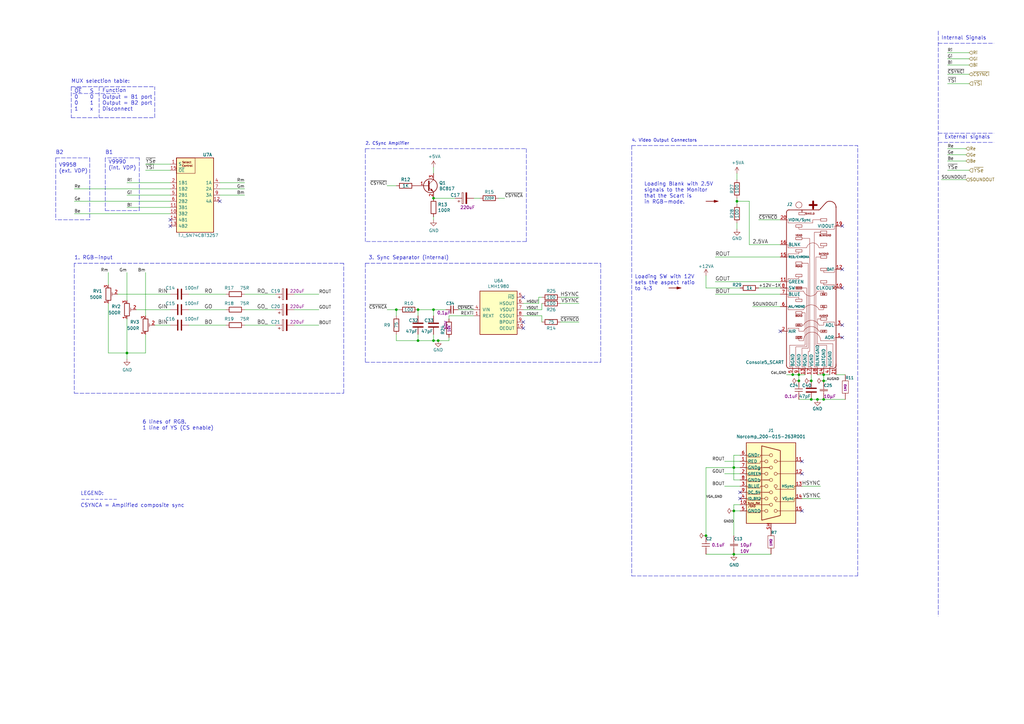
<source format=kicad_sch>
(kicad_sch (version 20211123) (generator eeschema)
  (paper "A3")
  (title_block (title "TRH9000") (date "2022-08-04") (rev "A-A") (company "The Retro Hacker") (comment 2 "Shared under CERN-OHL-S license") (comment 3 "TRH9000 - Open Source MSX Graphics Card based on the Yamaha V9990") (comment 4 "Designed  by: Cristiano Goncalves"))
  (lib_symbols
    (symbol "C_CC0805JPX7R9BB104_1" (pin_numbers hide) (pin_names (offset 1.016) hide)
      (property "Reference" "C" (at 1.524 2.921 0))
      (property "MPN" "CC0805JPX7R9BB104" (at -12.7 0 0))
      (symbol "C_CC0805JPX7R9BB104_1_1_1"
        (pin passive line (at 0 3.81 270) (length 2.54) (name "1") (number "1"))
        (pin passive line (at 0 -3.81 90) (length 2.54) (name "2") (number "2"))
      )
    )
    (symbol "C_TCJB227_1" (pin_numbers hide) (pin_names (offset 0.254))
      (property "Reference" "C" (at 0.635 2.54 0))
      (property "Capacitance" "220uF" (at -5.08 0 0))
      (symbol "C_TCJB227_1_1_1"
        (pin passive line (at 0 3.81 270) (length 2.794) (name "~") (number "1"))
        (pin passive line (at 0 -3.81 90) (length 2.794) (name "~") (number "2"))
      )
    )
    (symbol "C_TCJB227_2" (pin_numbers hide) (pin_names (offset 0.254))
      (property "Reference" "C" (at 0.635 2.54 0))
      (property "Capacitance" "220uF" (at -5.08 0 0))
      (symbol "C_TCJB227_2_1_1"
        (pin passive line (at 0 3.81 270) (length 2.794) (name "~") (number "1"))
        (pin passive line (at 0 -3.81 90) (length 2.794) (name "~") (number "2"))
      )
    )
    (symbol "Device:C" (pin_numbers hide) (pin_names (offset 0.254))
      (property "Reference" "C" (at 0.635 2.54 0))
      (property "Value" "C" (at 0.635 -2.54 0))
      (symbol "C_1_1"
        (pin passive line (at 0 3.81 270) (length 2.794) (name "~") (number "1"))
        (pin passive line (at 0 -3.81 90) (length 2.794) (name "~") (number "2"))
      )
    )
    (symbol "Device:R" (pin_numbers hide) (pin_names (offset 0))
      (property "Reference" "R" (at 2.032 0 90))
      (property "Value" "R" (at 0 0 90))
      (symbol "R_1_1"
        (pin passive line (at 0 3.81 270) (length 1.27) (name "~") (number "1"))
        (pin passive line (at 0 -3.81 90) (length 1.27) (name "~") (number "2"))
      )
    )
    (symbol "Device:R_Potentiometer_Trim" (pin_names (offset 1.016) hide)
      (property "Reference" "RV" (at -4.445 0 90))
      (property "Value" "R_Potentiometer_Trim" (at -2.54 0 90))
      (symbol "R_Potentiometer_Trim_1_1"
        (pin passive line (at 0 3.81 270) (length 1.27) (name "1") (number "1"))
        (pin passive line (at 3.81 0 180) (length 1.27) (name "2") (number "2"))
        (pin passive line (at 0 -3.81 90) (length 1.27) (name "3") (number "3"))
      )
    )
    (symbol "Graphic:SYM_Arrow_Normal" (pin_names (offset 1.016)))
    (symbol "LRJ-parts:C_CC0805JPX7R9BB104" (pin_numbers hide) (pin_names (offset 1.016) hide)
      (property "Reference" "C" (at 1.524 2.921 0))
      (property "MPN" "CC0805JPX7R9BB104" (at -12.7 0 0))
      (symbol "C_CC0805JPX7R9BB104_1_1"
        (pin passive line (at 0 3.81 270) (length 2.54) (name "1") (number "1"))
        (pin passive line (at 0 -3.81 90) (length 2.54) (name "2") (number "2"))
      )
    )
    (symbol "LRJ-parts:C_CL10B104KB8NNNL" (pin_numbers hide) (pin_names (offset 0.254) hide)
      (property "Reference" "C" (at 0.254 1.778 0))
      (property "Value" "C_CL10B104KB8NNNL" (at 0.254 -2.032 0))
      (property "Capacitance " " 0,1µF" (at -6.35 0 0))
      (property "Voltage Rating" "50V" (at -6.35 -2.54 0))
      (symbol "C_CL10B104KB8NNNL_1_1"
        (pin passive line (at 0 2.54 270) (length 2.032) (name "~") (number "1"))
        (pin passive line (at 0 -2.54 90) (length 2.032) (name "~") (number "2"))
      )
    )
    (symbol "LRJ-parts:C_GRM188D71A106KA73D" (pin_numbers hide) (pin_names (offset 1.016) hide)
      (property "Reference" "C" (at 1.524 2.921 0))
      (property "Capacitance" "10µF" (at 5.08 0 0))
      (property "Voltage rating" "10V" (at 5.08 -2.54 0))
      (symbol "C_GRM188D71A106KA73D_1_1"
        (pin passive line (at 0 3.81 270) (length 2.54) (name "1") (number "1"))
        (pin passive line (at 0 -3.81 90) (length 2.54) (name "2") (number "2"))
      )
    )
    (symbol "LRJ-parts:C_TCJB227" (pin_numbers hide) (pin_names (offset 0.254))
      (property "Reference" "C" (at 0.635 2.54 0))
      (property "Capacitance" "220uF" (at -5.08 0 0))
      (symbol "C_TCJB227_1_1"
        (pin passive line (at 0 3.81 270) (length 2.794) (name "~") (number "1"))
        (pin passive line (at 0 -3.81 90) (length 2.794) (name "~") (number "2"))
      )
    )
    (symbol "LRJ-parts:Console5_SCART" (pin_names (offset 0.762))
      (property "Reference" "J" (at 2.54 36.83 0))
      (property "Value" "Console5_SCART" (at -17.78 -30.48 0))
      (symbol "Console5_SCART_0_0"
        (text "AIL" (at 5.08 -7.62 0) (effects (font (size 0.7112 0.7112))))
        (text "AIR" (at 5.08 -17.78 0) (effects (font (size 0.7112 0.7112))))
        (text "AOL" (at -5.08 -15.24 0) (effects (font (size 0.7112 0.7112))))
        (text "AOR" (at -5.08 -20.32 0) (effects (font (size 0.7112 0.7112))))
        (text "AUGND" (at 5.08 -11.43 0) (effects (font (size 0.7112 0.7112))))
        (text "BGND" (at -5.08 -11.43 0) (effects (font (size 0.7112 0.7112))))
        (text "DATGND" (at 5.08 13.97 0) (effects (font (size 0.7112 0.7112))))
        (text "GGND" (at -5.08 0 0) (effects (font (size 0.5588 0.5588))))
        (text "RGND" (at -5.08 8.89 0) (effects (font (size 0.7112 0.7112))))
        (text "SHIELD" (at -0.508 30.48 0) (effects (font (size 0.7112 0.7112))))
        (text "SW" (at 5.08 -2.54 0) (effects (font (size 0.7112 0.7112))))
        (text "VGND" (at -5.08 21.59 0) (effects (font (size 0.7112 0.7112))))
      )
      (symbol "Console5_SCART_0_1"
        (text "+" (at 0.762 34.29 0) (effects (font (size 3.81 3.81) bold)))
      )
      (symbol "Console5_SCART_1_0"
        (text "BLNKGND" (at 5.715 21.59 0) (effects (font (size 0.7112 0.7112))))
      )
      (symbol "Console5_SCART_1_1"
        (pin output line (at 12.7 -20.32 180) (length 2.54) (name "AOR") (number "1"))
        (pin output clock (at 12.7 0 180) (length 2.54) (name "CLKOUT") (number "10"))
        (pin input line (at -12.7 2.54 0) (length 2.54) (name "GREEN") (number "11"))
        (pin output line (at 12.7 7.62 180) (length 2.54) (name "DAT") (number "12"))
        (pin power_in line (at -2.54 -35.56 90) (length 2.54) (name "RGND") (number "13"))
        (pin power_in line (at 5.08 -35.56 90) (length 2.54) (name "DATGND") (number "14"))
        (pin input line (at -12.7 12.7 0) (length 2.54) (name "RED/CHROMA") (number "15"))
        (pin input line (at -12.7 17.78 0) (length 2.54) (name "BLNK") (number "16"))
        (pin power_in line (at 0 -35.56 90) (length 2.54) (name "VGND") (number "17"))
        (pin power_in line (at 2.54 -35.56 90) (length 2.54) (name "BLNKGND") (number "18"))
        (pin output line (at 12.7 25.4 180) (length 2.54) (name "VIDOUT") (number "19"))
        (pin input line (at -12.7 -17.78 0) (length 2.54) (name "AIR") (number "2"))
        (pin input line (at -12.7 27.94 0) (length 2.54) (name "VIDIN/Sync") (number "20"))
        (pin passive line (at 10.16 -35.56 90) (length 2.54) (name "SH") (number "21"))
        (pin output line (at 12.7 -15.24 180) (length 2.54) (name "AOL") (number "3"))
        (pin power_in line (at 7.62 -35.56 90) (length 2.54) (name "AUGND") (number "4"))
        (pin power_in line (at -7.62 -35.56 90) (length 2.54) (name "BGND") (number "5"))
        (pin input line (at -12.7 -7.62 0) (length 2.54) (name "AIL/MONO") (number "6"))
        (pin input line (at -12.7 -2.54 0) (length 2.54) (name "BLUE") (number "7"))
        (pin input line (at -12.7 0 0) (length 2.54) (name "SW") (number "8"))
        (pin passive line (at -5.08 -35.56 90) (length 2.54) (name "GGND") (number "9"))
      )
    )
    (symbol "LRJ-parts:LMH1980" (pin_names (offset 1.016))
      (property "Reference" "U" (at -11.43 11.43 0))
      (property "Value" "LMH1980" (at 3.81 11.43 0))
      (symbol "LMH1980_1_1"
        (pin input line (at -10.16 0 0) (length 2.54) (name "REXT") (number "1"))
        (pin output line (at 10.16 -5.08 180) (length 2.54) (name "OEOUT") (number "10"))
        (pin input line (at -10.16 2.54 0) (length 2.54) (name "VIN") (number "4"))
        (pin output line (at 10.16 7.62 180) (length 2.54) (name "~{HD}") (number "5"))
        (pin output line (at 10.16 5.08 180) (length 2.54) (name "HSOUT") (number "6"))
        (pin output line (at 10.16 2.54 180) (length 2.54) (name "VSOUT") (number "7"))
        (pin output line (at 10.16 0 180) (length 2.54) (name "CSOUT") (number "8"))
        (pin output line (at 10.16 -2.54 180) (length 2.54) (name "BPOUT") (number "9"))
      )
      (symbol "LMH1980_2_1"
        (pin power_in line (at 0 -7.62 90) (length 2.54) (name "GND") (number "2"))
        (pin power_in line (at 0 7.62 270) (length 2.54) (name "VCC") (number "3"))
      )
    )
    (symbol "LRJ-parts:Norcomp_200-015-263R001" (pin_names (offset 0.635))
      (property "Reference" "J" (at 0 21.59 0))
      (property "Value" "Norcomp_200-015-263R001" (at 38.1 2.54 0))
      (symbol "Norcomp_200-015-263R001_1_0"
        (text "/GND" (at -7.874 -8.255 0) (effects (font (size 0.75 0.75))))
        (text "Sync_Ret" (at -6.985 -6.985 0) (effects (font (size 0.75 0.75))))
      )
      (symbol "Norcomp_200-015-263R001_1_1"
        (pin passive line (at -12.7 10.16 0) (length 2.54) (name "RED") (number "1"))
        (pin passive line (at -12.7 -7.62 0) (length 2.54) (name "Sync_Ret/GND") (number "10"))
        (pin passive line (at 12.7 10.16 180) (length 2.54) (name "~") (number "11"))
        (pin passive line (at 12.7 5.08 180) (length 2.54) (name "~") (number "12"))
        (pin passive line (at 12.7 0 180) (length 2.54) (name "HSync") (number "13"))
        (pin passive line (at 12.7 -5.08 180) (length 2.54) (name "VSync") (number "14"))
        (pin passive line (at 12.7 -10.16 180) (length 2.54) (name "~") (number "15"))
        (pin passive line (at -12.7 5.08 0) (length 2.54) (name "GREEN") (number "2"))
        (pin passive line (at -12.7 0 0) (length 2.54) (name "BLUE") (number "3"))
        (pin passive line (at -12.7 -5.08 0) (length 2.54) (name "ID_Bit2") (number "4"))
        (pin power_in line (at -12.7 -10.16 0) (length 2.54) (name "GNDD") (number "5"))
        (pin power_in line (at -12.7 12.7 0) (length 2.54) (name "GNDr") (number "6"))
        (pin power_in line (at -12.7 7.62 0) (length 2.54) (name "GNDg") (number "7"))
        (pin power_in line (at -12.7 2.54 0) (length 2.54) (name "GNDb") (number "8"))
        (pin power_in line (at -12.7 -2.54 0) (length 2.54) (name "DC_5V") (number "9"))
        (pin passive line (at 0 -17.78 90) (length 2.54) (name "SH") (number "SH"))
      )
    )
    (symbol "LRJ-parts:R_ERJ-3GEYJ105V" (pin_numbers hide) (pin_names (offset 1.016) hide)
      (property "Reference" "R" (at -5.08 1.27 0))
      (property "Value" "R_ERJ-3GEYJ105V" (at -10.16 -3.81 0))
      (property "Resistance" "1MΩ" (at 0 0 0))
      (symbol "R_ERJ-3GEYJ105V_1_1"
        (pin passive line (at -5.08 0 0) (length 2.54) (name "1") (number "1"))
        (pin passive line (at 5.08 0 180) (length 2.54) (name "2") (number "2"))
      )
    )
    (symbol "LRJ-parts:R_RC0603FR-0710KL" (pin_numbers hide) (pin_names (offset 0))
      (property "Reference" "R" (at 0 0 90))
      (property "Value" "R_RC0603FR-0710KL" (at -12.7 0 0))
      (property "Resistance" "10k" (at 3.81 -1.27 0))
      (symbol "R_RC0603FR-0710KL_1_1"
        (pin passive line (at 0 3.81 270) (length 1.27) (name "~") (number "1"))
        (pin passive line (at 0 -3.81 90) (length 1.27) (name "~") (number "2"))
      )
    )
    (symbol "TRH9000:T.I_SN74CBT3257" (pin_names (offset 0.762))
      (property "Reference" "U" (at -7.62 20.32 0))
      (property "Value" "T.I_SN74CBT3257" (at -7.62 -35.56 0))
      (symbol "T.I_SN74CBT3257_1_0"
        (text "Control" (at -3.175 12.065 0) (effects (font (size 0.8 0.8))))
        (text "Select" (at -3.429 13.462 0) (effects (font (size 0.8 0.8))))
      )
      (symbol "T.I_SN74CBT3257_1_1"
        (pin input line (at -10.16 12.7 0) (length 2.54) (name "S") (number "1"))
        (pin bidirectional line (at -10.16 -7.62 0) (length 2.54) (name "3B2") (number "10"))
        (pin bidirectional line (at -10.16 -5.08 0) (length 2.54) (name "3B1") (number "11"))
        (pin bidirectional line (at 10.16 -2.54 180) (length 2.54) (name "4A") (number "12"))
        (pin bidirectional line (at -10.16 -12.7 0) (length 2.54) (name "4B2") (number "13"))
        (pin bidirectional line (at -10.16 -10.16 0) (length 2.54) (name "4B1") (number "14"))
        (pin input line (at -10.16 10.16 0) (length 2.54) (name "~{OE}") (number "15"))
        (pin bidirectional line (at -10.16 5.08 0) (length 2.54) (name "1B1") (number "2"))
        (pin bidirectional line (at -10.16 2.54 0) (length 2.54) (name "1B2") (number "3"))
        (pin bidirectional line (at 10.16 5.08 180) (length 2.54) (name "1A") (number "4"))
        (pin bidirectional line (at -10.16 0 0) (length 2.54) (name "2B1") (number "5"))
        (pin bidirectional line (at -10.16 -2.54 0) (length 2.54) (name "2B2") (number "6"))
        (pin bidirectional line (at 10.16 2.54 180) (length 2.54) (name "2A") (number "7"))
        (pin bidirectional line (at 10.16 0 180) (length 2.54) (name "3A") (number "9"))
      )
      (symbol "T.I_SN74CBT3257_2_0"
        (pin power_in line (at 0 7.62 270) (length 2.54) (name "VCC") (number "16"))
      )
      (symbol "T.I_SN74CBT3257_2_1"
        (pin power_in line (at 0 -7.62 90) (length 2.54) (name "GND") (number "8"))
      )
    )
    (symbol "Transistor_BJT:BC817" (pin_names (offset 0) hide)
      (property "Reference" "Q" (at 5.08 1.905 0))
      (property "Value" "BC817" (at 5.08 0 0))
      (symbol "BC817_1_1"
        (pin input line (at -5.08 0 0) (length 5.715) (name "B") (number "1"))
        (pin passive line (at 2.54 -5.08 90) (length 2.54) (name "E") (number "2"))
        (pin passive line (at 2.54 5.08 270) (length 2.54) (name "C") (number "3"))
      )
    )
    (symbol "power:+12VA" (power) (pin_names (offset 0))
      (property "Value" "+12VA" (at 0 3.556 0))
      (symbol "+12VA_1_1"
        (pin power_in line (at 0 0 90) (length 0) hide (name "+12VA") (number "1"))
      )
    )
    (symbol "power:+5VA" (power) (pin_names (offset 0))
      (property "Value" "+5VA" (at 0 3.556 0))
      (symbol "+5VA_1_1"
        (pin power_in line (at 0 0 90) (length 0) hide (name "+5VA") (number "1"))
      )
    )
    (symbol "power:GND" (power) (pin_names (offset 0))
      (property "Value" "GND" (at 0 -3.81 0))
      (symbol "GND_1_1"
        (pin power_in line (at 0 0 270) (length 0) hide (name "GND") (number "1"))
      )
    )
    (symbol "power:PWR_FLAG" (power) (pin_numbers hide) (pin_names (offset 0) hide)
      (property "Value" "PWR_FLAG" (at 0 3.81 0))
      (symbol "PWR_FLAG_0_0"
        (pin power_out line (at 0 0 90) (length 0) (name "pwr") (number "1"))
      )
    )
  )
  (junction (at 337.82 163.83))
  (junction (at 177.8 127))
  (junction (at 171.45 139.7))
  (junction (at 177.8 81.28))
  (junction (at 177.8 139.7))
  (junction (at 332.74 163.83))
  (junction (at 300.99 227.33))
  (junction (at 302.26 82.55))
  (junction (at 289.56 219.71))
  (junction (at 335.28 163.83))
  (junction (at 337.82 153.67))
  (junction (at 300.99 209.55))
  (junction (at 327.66 153.67))
  (junction (at 325.12 153.67))
  (junction (at 52.07 144.78))
  (junction (at 332.74 156.21))
  (junction (at 327.66 156.21))
  (junction (at 179.705 139.7))
  (junction (at 171.45 127))
  (junction (at 300.99 191.77))
  (junction (at 162.56 127))
  (junction (at 337.82 156.21))
  (no_connect (at 214.63 132.08))
  (no_connect (at 214.63 134.62))
  (no_connect (at 320.04 135.89))
  (no_connect (at 345.44 118.11))
  (no_connect (at 345.44 138.43))
  (no_connect (at 345.44 133.35))
  (no_connect (at 69.85 92.71))
  (no_connect (at 69.85 90.17))
  (no_connect (at 90.17 82.55))
  (no_connect (at 345.44 92.71))
  (no_connect (at 345.44 110.49))
  (no_connect (at 303.53 204.47))
  (no_connect (at 328.93 189.23))
  (no_connect (at 328.93 194.31))
  (no_connect (at 328.93 209.55))
  (no_connect (at 303.53 201.93))
  (no_connect (at 214.63 121.92))
  (wire (pts (xy 59.69 137.16) (xy 59.69 144.78)))
  (wire (pts (xy 30.48 87.63) (xy 69.85 87.63)))
  (wire (pts (xy 388.62 34.29) (xy 397.51 34.29)))
  (wire (pts (xy 289.56 191.77) (xy 300.99 191.77)))
  (polyline (pts (xy 30.48 107.95) (xy 30.48 161.29)))
  (wire (pts (xy 77.47 133.35) (xy 92.71 133.35)))
  (wire (pts (xy 207.01 81.28) (xy 204.47 81.28)))
  (polyline (pts (xy 22.86 64.77) (xy 36.83 64.77)))
  (polyline (pts (xy 149.86 60.96) (xy 215.9 60.96)))
  (polyline (pts (xy 215.9 60.96) (xy 215.9 99.06)))
  (wire (pts (xy 171.45 139.7) (xy 177.8 139.7)))
  (wire (pts (xy 113.03 120.65) (xy 100.33 120.65)))
  (wire (pts (xy 177.8 71.12) (xy 177.8 68.58)))
  (wire (pts (xy 303.53 186.69) (xy 300.99 186.69)))
  (wire (pts (xy 300.99 227.33) (xy 316.23 227.33)))
  (polyline (pts (xy 43.18 86.36) (xy 57.15 86.36)))
  (wire (pts (xy 120.65 133.35) (xy 130.81 133.35)))
  (wire (pts (xy 297.18 189.23) (xy 303.53 189.23)))
  (wire (pts (xy 339.09 156.21) (xy 337.82 156.21)))
  (wire (pts (xy 325.12 153.67) (xy 327.66 153.67)))
  (wire (pts (xy 52.07 130.81) (xy 52.07 144.78)))
  (polyline (pts (xy 259.08 236.22) (xy 351.79 236.22)))
  (wire (pts (xy 158.75 127) (xy 162.56 127)))
  (wire (pts (xy 63.5 133.35) (xy 69.85 133.35)))
  (wire (pts (xy 162.56 139.7) (xy 171.45 139.7)))
  (wire (pts (xy 171.45 137.16) (xy 171.45 139.7)))
  (wire (pts (xy 289.56 113.03) (xy 289.56 118.11)))
  (polyline (pts (xy 215.9 99.06) (xy 149.86 99.06)))
  (wire (pts (xy 300.99 207.01) (xy 303.53 207.01)))
  (wire (pts (xy 229.87 132.08) (xy 237.49 132.08)))
  (polyline (pts (xy 29.21 48.26) (xy 63.5 48.26)))
  (wire (pts (xy 90.17 80.01) (xy 100.33 80.01)))
  (wire (pts (xy 52.07 144.78) (xy 52.07 147.32)))
  (wire (pts (xy 322.58 153.67) (xy 325.12 153.67)))
  (wire (pts (xy 289.56 118.11) (xy 303.53 118.11)))
  (polyline (pts (xy 149.86 148.59) (xy 246.38 148.59)))
  (polyline (pts (xy 29.21 35.56) (xy 63.5 35.56)))
  (wire (pts (xy 386.08 73.66) (xy 396.24 73.66)))
  (wire (pts (xy 162.56 137.16) (xy 162.56 139.7)))
  (wire (pts (xy 388.62 63.5) (xy 396.24 63.5)))
  (polyline (pts (xy 40.64 35.56) (xy 40.64 48.26)))
  (wire (pts (xy 388.62 21.59) (xy 397.51 21.59)))
  (polyline (pts (xy 29.845 38.354) (xy 48.895 38.354)))
  (wire (pts (xy 214.63 127) (xy 222.25 127)))
  (wire (pts (xy 388.62 66.04) (xy 396.24 66.04)))
  (wire (pts (xy 214.63 124.46) (xy 220.98 124.46)))
  (wire (pts (xy 59.69 69.85) (xy 69.85 69.85)))
  (wire (pts (xy 332.74 156.21) (xy 332.74 153.67)))
  (wire (pts (xy 220.98 121.92) (xy 222.25 121.92)))
  (wire (pts (xy 229.87 124.46) (xy 237.49 124.46)))
  (wire (pts (xy 300.99 191.77) (xy 300.99 196.85)))
  (wire (pts (xy 90.17 77.47) (xy 100.33 77.47)))
  (polyline (pts (xy 30.48 161.29) (xy 140.97 161.29)))
  (wire (pts (xy 177.8 127) (xy 177.8 129.54)))
  (polyline (pts (xy 420.37 125.73) (xy 420.37 125.73)))
  (wire (pts (xy 388.62 30.48) (xy 397.51 30.48)))
  (wire (pts (xy 77.47 120.65) (xy 92.71 120.65)))
  (wire (pts (xy 303.53 209.55) (xy 300.99 209.55)))
  (wire (pts (xy 222.25 129.54) (xy 222.25 132.08)))
  (wire (pts (xy 311.15 118.11) (xy 320.04 118.11)))
  (wire (pts (xy 293.37 120.65) (xy 320.04 120.65)))
  (wire (pts (xy 214.63 129.54) (xy 222.25 129.54)))
  (wire (pts (xy 90.17 74.93) (xy 100.33 74.93)))
  (polyline (pts (xy 384.81 17.78) (xy 407.67 17.78)))
  (polyline (pts (xy 384.81 58.42) (xy 407.67 58.42)))
  (wire (pts (xy 44.45 144.78) (xy 52.07 144.78)))
  (wire (pts (xy 335.28 163.83) (xy 337.82 163.83)))
  (polyline (pts (xy 149.86 107.95) (xy 246.38 107.95)))
  (wire (pts (xy 308.61 125.73) (xy 320.04 125.73)))
  (wire (pts (xy 307.34 100.33) (xy 320.04 100.33)))
  (wire (pts (xy 52.07 85.09) (xy 69.85 85.09)))
  (wire (pts (xy 388.62 26.67) (xy 397.51 26.67)))
  (wire (pts (xy 320.04 90.17) (xy 311.15 90.17)))
  (wire (pts (xy 48.26 120.65) (xy 69.85 120.65)))
  (polyline (pts (xy 149.86 107.95) (xy 149.86 148.59)))
  (wire (pts (xy 328.93 204.47) (xy 336.55 204.47)))
  (polyline (pts (xy 140.97 161.29) (xy 140.97 107.95)))
  (wire (pts (xy 222.25 124.46) (xy 222.25 127)))
  (wire (pts (xy 293.37 105.41) (xy 320.04 105.41)))
  (wire (pts (xy 300.99 191.77) (xy 303.53 191.77)))
  (wire (pts (xy 158.75 76.2) (xy 162.56 76.2)))
  (wire (pts (xy 337.82 156.21) (xy 337.82 153.67)))
  (wire (pts (xy 30.48 77.47) (xy 69.85 77.47)))
  (wire (pts (xy 196.85 81.28) (xy 194.31 81.28)))
  (wire (pts (xy 300.99 219.71) (xy 300.99 209.55)))
  (wire (pts (xy 187.96 127) (xy 194.31 127)))
  (polyline (pts (xy 57.15 86.36) (xy 57.15 64.77)))
  (polyline (pts (xy 140.97 107.95) (xy 30.48 107.95)))
  (wire (pts (xy 307.34 82.55) (xy 307.34 100.33)))
  (polyline (pts (xy 57.15 64.77) (xy 43.18 64.77)))
  (wire (pts (xy 293.37 115.57) (xy 320.04 115.57)))
  (wire (pts (xy 177.8 127) (xy 182.88 127)))
  (wire (pts (xy 177.8 137.16) (xy 177.8 139.7)))
  (wire (pts (xy 113.03 127) (xy 100.33 127)))
  (wire (pts (xy 346.71 153.67) (xy 342.9 153.67)))
  (wire (pts (xy 44.45 111.76) (xy 44.45 116.84)))
  (wire (pts (xy 52.07 111.76) (xy 52.07 123.19)))
  (wire (pts (xy 52.07 74.93) (xy 69.85 74.93)))
  (wire (pts (xy 300.99 196.85) (xy 303.53 196.85)))
  (wire (pts (xy 120.65 120.65) (xy 130.81 120.65)))
  (wire (pts (xy 300.99 186.69) (xy 300.99 191.77)))
  (wire (pts (xy 162.56 127) (xy 163.83 127)))
  (wire (pts (xy 52.07 80.01) (xy 69.85 80.01)))
  (wire (pts (xy 297.18 199.39) (xy 303.53 199.39)))
  (wire (pts (xy 55.88 127) (xy 69.85 127)))
  (wire (pts (xy 171.45 127) (xy 177.8 127)))
  (polyline (pts (xy 149.86 60.96) (xy 149.86 99.06)))
  (wire (pts (xy 300.99 207.01) (xy 300.99 209.55)))
  (wire (pts (xy 59.69 144.78) (xy 52.07 144.78)))
  (wire (pts (xy 220.98 121.92) (xy 220.98 124.46)))
  (wire (pts (xy 302.26 93.98) (xy 302.26 91.44)))
  (wire (pts (xy 328.93 199.39) (xy 336.55 199.39)))
  (wire (pts (xy 186.69 81.28) (xy 177.8 81.28)))
  (wire (pts (xy 302.26 81.28) (xy 302.26 82.55)))
  (wire (pts (xy 327.66 153.67) (xy 330.2 153.67)))
  (wire (pts (xy 77.47 127) (xy 92.71 127)))
  (polyline (pts (xy 259.08 59.69) (xy 259.08 236.22)))
  (wire (pts (xy 162.56 129.54) (xy 162.56 127)))
  (wire (pts (xy 302.26 82.55) (xy 307.34 82.55)))
  (wire (pts (xy 44.45 124.46) (xy 44.45 144.78)))
  (wire (pts (xy 130.81 127) (xy 120.65 127)))
  (wire (pts (xy 337.82 153.67) (xy 340.36 153.67)))
  (polyline (pts (xy 384.81 54.61) (xy 407.67 54.61)))
  (wire (pts (xy 59.69 111.76) (xy 59.69 129.54)))
  (wire (pts (xy 335.28 153.67) (xy 337.82 153.67)))
  (wire (pts (xy 179.705 139.7) (xy 184.15 139.7)))
  (wire (pts (xy 397.51 69.85) (xy 388.62 69.85)))
  (wire (pts (xy 289.56 219.71) (xy 289.56 191.77)))
  (wire (pts (xy 177.8 139.7) (xy 179.705 139.7)))
  (wire (pts (xy 100.33 133.35) (xy 113.03 133.35)))
  (wire (pts (xy 184.15 138.43) (xy 184.15 139.7)))
  (wire (pts (xy 177.8 88.9) (xy 177.8 90.17)))
  (wire (pts (xy 184.15 130.81) (xy 184.15 129.54)))
  (polyline (pts (xy 246.38 148.59) (xy 246.38 107.95)))
  (wire (pts (xy 297.18 194.31) (xy 303.53 194.31)))
  (wire (pts (xy 337.82 163.83) (xy 346.71 163.83)))
  (wire (pts (xy 229.87 121.92) (xy 237.49 121.92)))
  (polyline (pts (xy 22.86 64.77) (xy 22.86 90.17)))
  (wire (pts (xy 327.66 156.21) (xy 327.66 153.67)))
  (wire (pts (xy 388.62 60.96) (xy 396.24 60.96)))
  (polyline (pts (xy 351.79 236.22) (xy 351.79 59.69)))
  (wire (pts (xy 30.48 82.55) (xy 69.85 82.55)))
  (polyline (pts (xy 259.08 59.69) (xy 351.79 59.69)))
  (wire (pts (xy 388.62 24.13) (xy 397.51 24.13)))
  (polyline (pts (xy 63.5 48.26) (xy 63.5 35.56)))
  (wire (pts (xy 171.45 127) (xy 171.45 129.54)))
  (polyline (pts (xy 36.83 90.17) (xy 22.86 90.17)))
  (polyline (pts (xy 384.81 12.7) (xy 384.81 252.73)))
  (wire (pts (xy 302.26 82.55) (xy 302.26 83.82)))
  (wire (pts (xy 289.56 227.33) (xy 300.99 227.33)))
  (wire (pts (xy 302.26 71.12) (xy 302.26 73.66)))
  (wire (pts (xy 59.69 67.31) (xy 69.85 67.31)))
  (polyline (pts (xy 43.18 64.77) (xy 43.18 86.36)))
  (polyline (pts (xy 29.21 35.56) (xy 29.21 48.26)))
  (wire (pts (xy 184.15 129.54) (xy 194.31 129.54)))
  (polyline (pts (xy 36.83 64.77) (xy 36.83 90.17)))
  (wire (pts (xy 327.66 163.83) (xy 332.74 163.83)))
  (wire (pts (xy 332.74 163.83) (xy 335.28 163.83)))
  (text "Internal Signals" (at 386.08 16.51 0) (effects (font (size 1.524 1.524)) (justify left bottom)))
  (text "B1" (at 43.18 63.5 0) (effects (font (size 1.524 1.524)) (justify left bottom)))
  (text "3. Sync Separator (internal)" (at 151.13 106.68 0) (effects (font (size 1.524 1.524)) (justify left bottom)))
  (text "2. CSync Amplifier" (at 149.86 59.69 0) (effects (font (size 1.27 1.27)) (justify left bottom)))
  (text "Loading Blank with 2.5V\nsignals to the Monitor \nthat the Scart is \nin RGB-mode." (at 264.16 83.82 0) (effects (font (size 1.524 1.524)) (justify left bottom)))
  (text "Function" (at 41.91 38.1 0) (effects (font (size 1.524 1.524)) (justify left bottom)))
  (text "V9990\n(int. VDP)" (at 44.45 69.85 0) (effects (font (size 1.524 1.524)) (justify left bottom)))
  (text "~{OE}\n0\n0\n1" (at 30.48 45.72 0) (effects (font (size 1.524 1.524)) (justify left bottom)))
  (text "LEGEND:\n--------\nCSYNCA = Amplified composite sync" (at 33.02 208.28 0) (effects (font (size 1.524 1.524)) (justify left bottom)))
  (text "Output = B1 port\nOutput = B2 port\nDisconnect" (at 41.91 45.72 0) (effects (font (size 1.524 1.524)) (justify left bottom)))
  (text "4. Video Output Connectors\n" (at 259.08 58.42 0) (effects (font (size 1.27 1.27)) (justify left bottom)))
  (text "External signals" (at 387.35 57.15 0) (effects (font (size 1.524 1.524)) (justify left bottom)))
  (text "1. RGB-input" (at 30.48 106.68 0) (effects (font (size 1.524 1.524)) (justify left bottom)))
  (text "S\n0\n1\nx" (at 36.83 45.72 0) (effects (font (size 1.524 1.524)) (justify left bottom)))
  (text "MUX selection table:" (at 29.21 34.29 0) (effects (font (size 1.524 1.524)) (justify left bottom)))
  (text "B2" (at 22.86 63.5 0) (effects (font (size 1.524 1.524)) (justify left bottom)))
  (text "6 lines of RGB.\n1 line of YS (CS enable)" (at 58.42 176.53 0) (effects (font (size 1.524 1.524)) (justify left bottom)))
  (text "Loading SW with 12V \nsets the aspect ratio\nto 4:3" (at 260.35 119.38 0) (effects (font (size 1.524 1.524)) (justify left bottom)))
  (text "V9958\n(ext. VDP)" (at 24.13 71.12 0) (effects (font (size 1.524 1.524)) (justify left bottom)))
  (label "~{YSi}" (at 59.69 69.85 0) (effects (font (size 1.524 1.524))))
  (label "VSYNC" (at 237.49 124.46 180) (effects (font (size 1.524 1.524))))
  (label "Be" (at 30.48 87.63 0))
  (label "~{CSYNCO}" (at 237.49 132.08 180))
  (label "RO" (at 83.82 120.65 0) (effects (font (size 1.524 1.524))))
  (label "BO_" (at 105.41 133.35 0) (effects (font (size 1.524 1.524))))
  (label "BIN" (at 64.77 133.35 0) (effects (font (size 1.524 1.524))))
  (label "HSYNC" (at 237.49 121.92 180) (effects (font (size 1.524 1.524))))
  (label "ROUT" (at 130.81 120.65 0))
  (label "GO_" (at 105.41 127 0) (effects (font (size 1.524 1.524))))
  (label "BOUT" (at 293.37 120.65 0) (effects (font (size 1.524 1.524))))
  (label "BOUT" (at 297.18 199.39 180))
  (label "Bm" (at 59.69 111.76 180))
  (label "SOUNDOUT" (at 386.08 73.66 0))
  (label "Ge" (at 388.62 63.5 0))
  (label "Ge" (at 30.48 82.55 0))
  (label "Ri" (at 388.62 21.59 0))
  (label "~{CSYNCi}" (at 158.75 76.2 180))
  (label "GNDD" (at 300.99 214.63 180) (effects (font (size 1 1))))
  (label "+12V-1K" (at 311.15 118.11 0))
  (label "VSYNC" (at 336.55 204.47 180) (effects (font (size 1.524 1.524))))
  (label "2.5VA" (at 308.61 100.33 0) (effects (font (size 1.524 1.524))))
  (label "CSOUT" (at 215.9 129.54 0) (effects (font (size 1 1))))
  (label "BOUT" (at 130.81 133.35 0))
  (label "Gi" (at 52.07 80.01 0))
  (label "~{YSe}" (at 59.69 67.31 0) (effects (font (size 1.524 1.524))))
  (label "ROUT" (at 293.37 105.41 0) (effects (font (size 1.524 1.524))))
  (label "Gm" (at 52.07 111.76 180))
  (label "SOUNDOUT" (at 308.61 125.73 0))
  (label "Rm" (at 44.45 111.76 180))
  (label "Bi" (at 388.62 26.67 0))
  (label "Rm" (at 100.33 74.93 180))
  (label "~{YSi}" (at 388.62 34.29 0) (effects (font (size 1.524 1.524))))
  (label "BO" (at 83.82 133.35 0) (effects (font (size 1.524 1.524))))
  (label "~{CSYNCA_}" (at 194.31 127 180) (effects (font (size 1 1))))
  (label "~{CSYNCi}" (at 388.62 30.48 0))
  (label "Re" (at 30.48 77.47 0))
  (label "GIN" (at 64.77 127 0) (effects (font (size 1.524 1.524))))
  (label "Col_GND" (at 322.58 153.67 180) (effects (font (size 1 1))))
  (label "Be" (at 388.62 66.04 0))
  (label "GO" (at 83.82 127 0) (effects (font (size 1.524 1.524))))
  (label "Ri" (at 52.07 74.93 0))
  (label "~{CSYNCO}" (at 311.15 90.17 0))
  (label "~{CSYNCA}" (at 158.75 127 180))
  (label "Gi" (at 388.62 24.13 0))
  (label "Bm" (at 100.33 80.01 180))
  (label "AUGND" (at 339.09 156.21 0) (effects (font (size 1 1))))
  (label "VSOUT" (at 215.9 127 0) (effects (font (size 1 1))))
  (label "~{YSe}" (at 388.62 69.85 0) (effects (font (size 1.524 1.524))))
  (label "~{CSYNCA}" (at 207.01 81.28 0))
  (label "ROUT" (at 297.18 189.23 180))
  (label "RO_" (at 105.41 120.65 0) (effects (font (size 1.524 1.524))))
  (label "GOUT" (at 130.81 127 0))
  (label "HSOUT" (at 215.9 124.46 0) (effects (font (size 1 1))))
  (label "Bi" (at 52.07 85.09 0))
  (label "RIN" (at 64.77 120.65 0) (effects (font (size 1.524 1.524))))
  (label "GOUT" (at 297.18 194.31 180))
  (label "GOUT" (at 293.37 115.57 0) (effects (font (size 1.524 1.524))))
  (label "REXTi" (at 194.31 129.54 180))
  (label "VGA_GND" (at 289.56 204.47 0) (effects (font (size 1 1))))
  (label "HSYNC" (at 336.55 199.39 180) (effects (font (size 1.524 1.524))))
  (label "Gm" (at 100.33 77.47 180))
  (label "Re" (at 388.62 60.96 0))
  (hierarchical_label "Ri" (shape input) (at 397.51 21.59 0))
  (hierarchical_label "~{YSi}" (shape input) (at 397.51 34.29 0) (effects (font (size 1.524 1.524))))
  (hierarchical_label "Ge" (shape input) (at 396.24 63.5 0))
  (hierarchical_label "Gi" (shape input) (at 397.51 24.13 0))
  (hierarchical_label "Re" (shape input) (at 396.24 60.96 0))
  (hierarchical_label "~{YSe}" (shape input) (at 397.51 69.85 0) (effects (font (size 1.524 1.524))))
  (hierarchical_label "Be" (shape input) (at 396.24 66.04 0))
  (hierarchical_label "Bi" (shape input) (at 397.51 26.67 0))
  (hierarchical_label "~{CSYNCi}" (shape input) (at 397.51 30.48 0))
  (hierarchical_label "SOUNDOUT" (shape input) (at 396.24 73.66 0))
  (symbol (lib_id "power:GND") (at 179.705 139.7 0) (unit 1)
    (property "Reference" "#PWR016" (effects hide))
    (property "Value" "GND" (at 179.705 143.51 0))
  )
  (symbol (lib_name "C_TCJB227_1") (lib_id "LRJ-parts:C_TCJB227") (at 116.84 133.35 90) (unit 1)
    (property "Reference" "C21" (at 113.03 132.08 90))
    (property "Value" "C_TCJB227" (effects hide))
    (property "Footprint" "Capacitor_Tantalum_SMD:CP_EIA-3528-15_AVX-H" (effects hide))
    (property "Datasheet" "https://datasheets.kyocera-avx.com/TCJ.pdf" (effects hide))
    (property "MPN" "TCJB227M006R0070" (effects hide))
    (property "Voltage Rating" "6.3V" (effects hide))
    (property "Manufacturer" "KYOCERA AVX" (effects hide))
    (property "Capacitance" "220uF" (at 121.92 132.08 90))
  )
  (symbol (lib_id "LRJ-parts:C_GRM188D71A106KA73D") (at 337.82 160.02 180) (unit 1)
    (property "Reference" "C25" (at 337.82 158.115 0) (effects (font (size 1.143 1.143)) (justify right)))
    (property "Value" "C_GRM188D71A106KA73D" (effects hide))
    (property "Footprint" "Capacitor_SMD:C_0603_1608Metric" (effects hide))
    (property "Datasheet" "https://media.digikey.com/pdf/Data%20Sheets/Samsung%20PDFs/CL_Series_MLCC_ds.pdf" (effects hide))
    (property "Manufacturer" "Murata Electronics" (effects hide))
    (property "MPN" "GRM188D71A106KA73D" (effects hide))
    (property "Capacitance" "10µF" (at 337.82 162.56 0) (effects (justify right)))
    (property "Voltage rating" "10V" (effects hide))
    (property "Temperature Coefficient " "X7T" (effects hide))
    (property "Mounting type" "SMD" (effects hide))
    (property "Status" "Active" (effects hide))
  )
  (symbol (lib_id "Device:R_Potentiometer_Trim") (at 52.07 127 0) (mirror x) (unit 1)
    (property "Reference" "RV2" (at 49.53 125.7299 0) (effects (justify right)))
    (property "Value" "500R" (at 49.53 128.2699 0) (effects (justify right)))
    (property "Footprint" "Potentiometer_SMD:Potentiometer_Bourns_3314G_Vertical" (effects hide))
  )
  (symbol (lib_id "Device:R") (at 177.8 85.09 0) (unit 1)
    (property "Reference" "R13" (at 179.578 83.9216 0) (effects (justify left)))
    (property "Value" "100R" (at 179.578 86.233 0) (effects (justify left)))
    (property "Footprint" "Resistor_SMD:R_0805_2012Metric" (effects hide))
  )
  (symbol (lib_id "LRJ-parts:C_CC0805JPX7R9BB104") (at 289.56 223.52 0) (unit 1)
    (property "Reference" "C2" (at 289.56 220.98 0) (effects (font (size 1.143 1.143)) (justify left)))
    (property "Value" "C_CC0805JPX7R9BB104" (effects hide))
    (property "Footprint" "LRJ:C_0805_2012Metric_round_court" (effects hide))
    (property "Datasheet" "https://www.yageo.com/upload/media/product/productsearch/datasheet/mlcc/UPY-GPHC_X7R_6.3V-to-50V_18.pdf" (effects hide))
    (property "Manufacturer" "Yageo" (effects hide))
    (property "MPN" "CC0805JPX7R9BB104" (effects hide))
    (property "Mouser datasheet" "https://www.mouser.se/datasheet/2/427/vjcommercialseries-1764145.pdf" (effects hide))
    (property "Capacitance" "0.1uF" (at 294.64 223.52 0))
    (property "Voltage rating" "50V" (effects hide))
    (property "Temperature Coefficient " "X7R" (effects hide))
    (property "Mounting type" "SMD" (effects hide))
    (property "Status" "Active" (effects hide))
  )
  (symbol (lib_name "C_TCJB227_2") (lib_id "LRJ-parts:C_TCJB227") (at 190.5 81.28 90) (unit 1)
    (property "Reference" "C17" (at 186.69 80.01 90))
    (property "Value" "C_TCJB227" (effects hide))
    (property "Footprint" "Capacitor_Tantalum_SMD:CP_EIA-3528-15_AVX-H" (effects hide))
    (property "Datasheet" "https://datasheets.kyocera-avx.com/TCJ.pdf" (effects hide))
    (property "MPN" "TCJB227M006R0070" (effects hide))
    (property "Voltage Rating" "6.3V" (effects hide))
    (property "Manufacturer" "KYOCERA AVX" (effects hide))
    (property "Capacitance" "220uF" (at 191.77 85.09 90))
  )
  (symbol (lib_id "Device:C") (at 73.66 120.65 270) (unit 1)
    (property "Reference" "C14" (at 69.85 118.11 90))
    (property "Value" "100nF" (at 78.74 118.11 90))
    (property "Footprint" "Capacitor_SMD:C_0805_2012Metric" (effects hide))
  )
  (symbol (lib_id "Device:C") (at 332.74 160.02 0) (unit 1)
    (property "Reference" "C40" (at 328.93 158.115 0) (effects (justify left)))
    (property "Value" "47pF" (at 327.66 162.56 0) (effects (justify left)))
    (property "Footprint" "Capacitor_SMD:C_0603_1608Metric" (effects hide))
  )
  (symbol (lib_id "Device:R") (at 226.06 124.46 270) (mirror x) (unit 1)
    (property "Reference" "R26" (at 226.06 127 90))
    (property "Value" "100" (at 226.06 124.46 90))
    (property "Footprint" "Resistor_SMD:R_0603_1608Metric" (effects hide))
  )
  (symbol (lib_id "LRJ-parts:Console5_SCART") (at 332.74 118.11 0) (unit 1)
    (property "Reference" "J2" (at 323.85 83.82 0))
    (property "Value" "Console5_SCART" (at 313.69 148.59 0))
    (property "Footprint" "LRJ:SCART-21_Female_Horizontal_P1.905x2.54mm_EdgePinOffset10.7mm" (effects hide))
    (property "Datasheet" "https://console5.com/store/female-scart-jp21-through-hole-pcb-mount-21-pin-connector-right-angle.html#" (effects hide))
    (property "Manufacturer" "Console5" (effects hide))
    (property "MPN" "N/A" (effects hide))
  )
  (symbol (lib_id "power:GND") (at 177.8 90.17 0) (unit 1)
    (property "Reference" "#PWR0142" (effects hide))
    (property "Value" "GND" (at 177.927 94.5642 0))
  )
  (symbol (lib_id "Device:R") (at 96.52 120.65 270) (unit 1)
    (property "Reference" "R17" (at 93.98 118.11 90))
    (property "Value" "75R" (at 100.33 118.11 90))
    (property "Footprint" "Resistor_SMD:R_0805_2012Metric" (effects hide))
  )
  (symbol (lib_id "power:+5VA") (at 177.8 68.58 0) (unit 1)
    (property "Reference" "#PWR02" (effects hide))
    (property "Value" "+5VA" (at 178.181 64.1858 0))
  )
  (symbol (lib_id "LRJ-parts:C_GRM188D71A106KA73D") (at 300.99 223.52 180) (unit 1)
    (property "Reference" "C13" (at 300.99 220.98 0) (effects (font (size 1.143 1.143)) (justify right)))
    (property "Value" "C_GRM188D71A106KA73D" (effects hide))
    (property "Footprint" "Capacitor_SMD:C_0603_1608Metric" (effects hide))
    (property "Datasheet" "https://media.digikey.com/pdf/Data%20Sheets/Samsung%20PDFs/CL_Series_MLCC_ds.pdf" (effects hide))
    (property "Manufacturer" "Murata Electronics" (effects hide))
    (property "MPN" "GRM188D71A106KA73D" (effects hide))
    (property "Capacitance" "10µF" (at 303.53 223.52 0) (effects (justify right)))
    (property "Voltage rating" "10V" (at 303.53 226.06 0) (effects (justify right)))
    (property "Temperature Coefficient " "X7T" (effects hide))
    (property "Mounting type" "SMD" (effects hide))
    (property "Status" "Active" (effects hide))
  )
  (symbol (lib_id "Device:R") (at 307.34 118.11 270) (unit 1)
    (property "Reference" "R29" (at 302.26 116.84 90))
    (property "Value" "1k" (at 307.34 118.11 90))
    (property "Footprint" "Resistor_SMD:R_0603_1608Metric" (effects hide))
  )
  (symbol (lib_id "LRJ-parts:Norcomp_200-015-263R001") (at 316.23 199.39 0) (unit 1)
    (property "Reference" "J1" (at 316.23 176.53 0))
    (property "Value" "Norcomp_200-015-263R001" (at 316.23 179.07 0))
    (property "Footprint" "LRJ:Norcomp_DSUB-15-HD_Female_Horizontal_SMD_P0.77x1.98mm" (effects hide))
    (property "Datasheet" "https://www.norcomp.net/rohspdfs/Connectors/2YY/200-015-263R001.pdf" (effects hide))
    (property "MPN" "200-015-263R001" (effects hide))
    (property "Manufacturer" "NorComp Inc." (effects hide))
    (property "Description" "CONN D-SUB HD RCPT 15POS SMD R/A" (effects hide))
    (property "Current Rating" "2A" (effects hide))
    (property "Voltage Rating" "300V" (effects hide))
  )
  (symbol (lib_id "power:PWR_FLAG") (at 332.74 156.21 90) (unit 1)
    (property "Reference" "#FLG06" (effects hide))
    (property "Value" "PWR_FLAG" (effects hide))
  )
  (symbol (lib_id "Device:R") (at 162.56 133.35 0) (unit 1)
    (property "Reference" "R9" (at 158.75 133.35 0))
    (property "Value" "75" (at 162.56 133.35 90))
    (property "Footprint" "Resistor_SMD:R_0603_1608Metric" (effects hide))
  )
  (symbol (lib_id "Graphic:SYM_Arrow_Normal") (at 276.86 118.11 0) (unit 1)
    (property "Reference" "#SYM2" (effects hide))
    (property "Value" "SYM_Arrow_Normal" (effects hide))
  )
  (symbol (lib_id "LRJ-parts:C_CL10B104KB8NNNL") (at 185.42 127 270) (mirror x) (unit 1)
    (property "Reference" "C34" (at 182.88 124.46 90) (effects (font (size 1.143 1.143)) (justify left)))
    (property "Value" "C_CL10B104KB8NNNL" (effects hide))
    (property "Footprint" "Capacitor_SMD:C_0603_1608Metric_Pad1.08x0.95mm_HandSolder" (effects hide))
    (property "Datasheet" "http://product.samsungsem.com/mlcc/CL10B104KB8NNN.do" (effects hide))
    (property "Manufacturer" "Samsung Electro-Mechanics" (effects hide))
    (property "MPN" "CL10B104KB8NNNL" (effects hide))
    (property "Temperature Coefficient " "X7R" (effects hide))
    (property "Capacitance " " 0,1µF" (at 181.61 128.27 90))
    (property "Tolerance" " ±10% " (effects hide))
    (property "Operating Temperature " " -55°C to +125°C " (effects hide))
    (property "Package" "1608 Metric" (effects hide))
    (property "DK_Datasheet" "https://media.digikey.com/pdf/Data%20Sheets/Samsung%20PDFs/CL_Series_MLCC_ds.pdf" (effects hide))
    (property "Voltage Rating" "50V" (at 182.88 133.35 0))
  )
  (symbol (lib_id "Device:R") (at 167.64 127 270) (mirror x) (unit 1)
    (property "Reference" "R10" (at 167.64 124.46 90))
    (property "Value" "100" (at 167.64 127 90))
    (property "Footprint" "Resistor_SMD:R_0603_1608Metric" (effects hide))
  )
  (symbol (lib_id "power:PWR_FLAG") (at 289.56 219.71 90) (unit 1)
    (property "Reference" "#FLG02" (effects hide))
    (property "Value" "PWR_FLAG" (effects hide))
  )
  (symbol (lib_id "power:+12VA") (at 289.56 113.03 0) (unit 1)
    (property "Reference" "#PWR0109" (effects hide))
    (property "Value" "+12VA" (at 289.56 109.22 0))
  )
  (symbol (lib_id "LRJ-parts:R_ERJ-3GEYJ105V") (at 346.71 158.75 90) (unit 1)
    (property "Reference" "R11" (at 346.71 154.94 90) (effects (font (size 1.143 1.143)) (justify right)))
    (property "Value" "R_ERJ-3GEYJ105V" (effects hide))
    (property "Footprint" "Resistor_SMD:R_0603_1608Metric" (effects hide))
    (property "Datasheet" "https://industrial.panasonic.com/ww/products/pt/general-purpose-chip-resistors/models/ERJ3GEYJ105V" (effects hide))
    (property "Manufacturer" "Panasonic Electronic Components" (effects hide))
    (property "MPN" "ERJ-3GEYJ105V" (effects hide))
    (property "Resistance" "1MΩ" (at 346.71 157.48 0) (effects (font (size 0.889 0.889)) (justify right)))
    (property "Voltage rating" "75V" (effects hide))
    (property "Operating Temperature " " -55°C to +155°C" (effects hide))
    (property "Status" "Active" (effects hide))
    (property "Mounting type" "SMD" (effects hide))
  )
  (symbol (lib_id "Device:R") (at 166.37 76.2 270) (unit 1)
    (property "Reference" "R12" (at 166.37 73.66 90))
    (property "Value" "1K" (at 166.37 76.2 90))
    (property "Footprint" "Resistor_SMD:R_0805_2012Metric" (effects hide))
  )
  (symbol (lib_id "Device:R") (at 302.26 77.47 0) (mirror y) (unit 1)
    (property "Reference" "R27" (at 300.228 77.47 90))
    (property "Value" "100" (at 302.26 77.47 90))
    (property "Footprint" "Resistor_SMD:R_0603_1608Metric" (effects hide))
  )
  (symbol (lib_id "power:GND") (at 52.07 147.32 0) (unit 1)
    (property "Reference" "#PWR0145" (effects hide))
    (property "Value" "GND" (at 52.197 151.7142 0))
  )
  (symbol (lib_id "Device:C") (at 177.8 133.35 0) (unit 1)
    (property "Reference" "C33" (at 173.99 131.445 0) (effects (justify left)))
    (property "Value" "47pF" (at 172.72 135.89 0) (effects (justify left)))
    (property "Footprint" "Capacitor_SMD:C_0603_1608Metric" (effects hide))
  )
  (symbol (lib_id "power:PWR_FLAG") (at 337.82 156.21 90) (unit 1)
    (property "Reference" "#FLG07" (effects hide))
    (property "Value" "PWR_FLAG" (effects hide))
  )
  (symbol (lib_id "power:GND") (at 335.28 163.83 0) (unit 1)
    (property "Reference" "#PWR023" (effects hide))
    (property "Value" "GND" (at 335.28 167.64 0))
  )
  (symbol (lib_id "TRH9000:T.I_SN74CBT3257") (at 80.01 80.01 0) (unit 1)
    (property "Reference" "U7" (at 85.09 63.5 0) (effects (font bold)))
    (property "Value" "T.I_SN74CBT3257" (at 81.28 96.52 0))
    (property "Footprint" "trh9000:Texas_R-PDSO-G16_3.9x9.9mm" (effects hide))
    (property "Datasheet" "https://www.ti.com/lit/ds/scds017m/scds017m.pdf" (effects hide))
    (property "MPN" "SN74CBT3257DR" (effects hide))
    (property "Manufacturer" "Texas Instruments" (effects hide))
    (property "Description" "IC MUX/DEMUX 4 X 2:1 16SOIC" (effects hide))
  )
  (symbol (lib_id "Transistor_BJT:BC817") (at 175.26 76.2 0) (unit 1)
    (property "Reference" "Q1" (at 180.1114 75.0316 0) (effects (justify left)))
    (property "Value" "BC817" (at 180.1114 77.343 0) (effects (justify left)))
    (property "Footprint" "Package_TO_SOT_SMD:SOT-23" (effects hide))
    (property "Datasheet" "https://www.onsemi.com/pub/Collateral/BC818-D.pdf" (effects hide))
  )
  (symbol (lib_id "power:PWR_FLAG") (at 327.66 156.21 90) (unit 1)
    (property "Reference" "#FLG05" (effects hide))
    (property "Value" "PWR_FLAG" (effects hide))
  )
  (symbol (lib_id "Device:R") (at 302.26 87.63 0) (mirror y) (unit 1)
    (property "Reference" "R28" (at 300.228 87.63 90))
    (property "Value" "100" (at 302.26 87.63 90))
    (property "Footprint" "Resistor_SMD:R_0603_1608Metric" (effects hide))
  )
  (symbol (lib_id "Device:R_Potentiometer_Trim") (at 59.69 133.35 0) (mirror x) (unit 1)
    (property "Reference" "RV3" (at 57.15 132.0799 0) (effects (justify right)))
    (property "Value" "500R" (at 57.15 134.6199 0) (effects (justify right)))
    (property "Footprint" "Potentiometer_SMD:Potentiometer_Bourns_3314G_Vertical" (effects hide))
  )
  (symbol (lib_id "Device:C") (at 73.66 127 270) (unit 1)
    (property "Reference" "C15" (at 69.85 124.46 90))
    (property "Value" "100nF" (at 78.74 124.46 90))
    (property "Footprint" "Capacitor_SMD:C_0805_2012Metric" (effects hide))
  )
  (symbol (lib_name "C_CC0805JPX7R9BB104_1") (lib_id "LRJ-parts:C_CC0805JPX7R9BB104") (at 327.66 160.02 0) (unit 1)
    (property "Reference" "C24" (at 323.85 158.115 0) (effects (font (size 1.143 1.143)) (justify left)))
    (property "Value" "C_CC0805JPX7R9BB104" (effects hide))
    (property "Footprint" "Capacitor_SMD:C_0805_2012Metric" (effects hide))
    (property "Datasheet" "https://www.yageo.com/upload/media/product/productsearch/datasheet/mlcc/UPY-GPHC_X7R_6.3V-to-50V_18.pdf" (effects hide))
    (property "Manufacturer" "Yageo" (effects hide))
    (property "MPN" "CC0805JPX7R9BB104" (effects hide))
    (property "Mouser datasheet" "https://www.mouser.se/datasheet/2/427/vjcommercialseries-1764145.pdf" (effects hide))
    (property "Capacitance" "0.1uF" (at 324.485 162.56 0))
    (property "Voltage rating" "50V" (effects hide))
    (property "Temperature Coefficient " "X7R" (effects hide))
    (property "Mounting type" "SMD" (effects hide))
    (property "Status" "Active" (effects hide))
  )
  (symbol (lib_id "power:GND") (at 302.26 93.98 0) (unit 1)
    (property "Reference" "#PWR021" (effects hide))
    (property "Value" "GND" (at 302.26 97.79 0))
  )
  (symbol (lib_id "Device:R") (at 96.52 133.35 270) (unit 1)
    (property "Reference" "R19" (at 93.98 130.81 90))
    (property "Value" "75R" (at 100.33 130.81 90))
    (property "Footprint" "Resistor_SMD:R_0805_2012Metric" (effects hide))
  )
  (symbol (lib_id "Device:C") (at 171.45 133.35 0) (unit 1)
    (property "Reference" "C32" (at 167.64 131.445 0) (effects (justify left)))
    (property "Value" "47pF" (at 166.37 135.89 0) (effects (justify left)))
    (property "Footprint" "Capacitor_SMD:C_0603_1608Metric" (effects hide))
  )
  (symbol (lib_id "Device:R") (at 200.66 81.28 270) (unit 1)
    (property "Reference" "R15" (at 200.66 78.74 90))
    (property "Value" "220R" (at 200.66 81.28 90) (effects (font (size 1 1))))
    (property "Footprint" "Resistor_SMD:R_0805_2012Metric" (effects hide))
  )
  (symbol (lib_id "power:PWR_FLAG") (at 300.99 209.55 90) (unit 1)
    (property "Reference" "#FLG04" (effects hide))
    (property "Value" "PWR_FLAG" (effects hide))
  )
  (symbol (lib_id "Device:R") (at 226.06 132.08 270) (mirror x) (unit 1)
    (property "Reference" "R14" (at 226.06 134.62 90))
    (property "Value" "75" (at 226.06 132.08 90))
    (property "Footprint" "Resistor_SMD:R_0603_1608Metric" (effects hide))
  )
  (symbol (lib_id "Device:C") (at 73.66 133.35 270) (unit 1)
    (property "Reference" "C16" (at 69.85 130.81 90))
    (property "Value" "100nF" (at 78.74 130.81 90))
    (property "Footprint" "Capacitor_SMD:C_0805_2012Metric" (effects hide))
  )
  (symbol (lib_id "Device:R") (at 226.06 121.92 270) (mirror x) (unit 1)
    (property "Reference" "R25" (at 226.06 119.38 90))
    (property "Value" "100" (at 226.06 121.92 90))
    (property "Footprint" "Resistor_SMD:R_0603_1608Metric" (effects hide))
  )
  (symbol (lib_id "Device:R") (at 96.52 127 270) (unit 1)
    (property "Reference" "R18" (at 93.98 124.46 90))
    (property "Value" "75R" (at 100.33 124.46 90))
    (property "Footprint" "Resistor_SMD:R_0805_2012Metric" (effects hide))
  )
  (symbol (lib_id "Device:R_Potentiometer_Trim") (at 44.45 120.65 0) (mirror x) (unit 1)
    (property "Reference" "RV1" (at 41.91 119.3799 0) (effects (justify right)))
    (property "Value" "500R" (at 41.91 121.9199 0) (effects (justify right)))
    (property "Footprint" "Potentiometer_SMD:Potentiometer_Bourns_3314G_Vertical" (effects hide))
  )
  (symbol (lib_name "C_TCJB227_2") (lib_id "LRJ-parts:C_TCJB227") (at 116.84 127 90) (unit 1)
    (property "Reference" "C20" (at 113.03 125.73 90))
    (property "Value" "C_TCJB227" (effects hide))
    (property "Footprint" "Capacitor_Tantalum_SMD:CP_EIA-3528-15_AVX-H" (effects hide))
    (property "Datasheet" "https://datasheets.kyocera-avx.com/TCJ.pdf" (effects hide))
    (property "MPN" "TCJB227M006R0070" (effects hide))
    (property "Voltage Rating" "6.3V" (effects hide))
    (property "Manufacturer" "KYOCERA AVX" (effects hide))
    (property "Capacitance" "220uF" (at 121.92 125.73 90))
  )
  (symbol (lib_id "power:GND") (at 300.99 227.33 0) (unit 1)
    (property "Reference" "#PWR0151" (effects hide))
    (property "Value" "GND" (at 301.117 231.7242 0))
  )
  (symbol (lib_id "LRJ-parts:R_ERJ-3GEYJ105V") (at 316.23 222.25 90) (unit 1)
    (property "Reference" "R7" (at 316.23 218.44 90) (effects (font (size 1.143 1.143)) (justify right)))
    (property "Value" "R_ERJ-3GEYJ105V" (effects hide))
    (property "Footprint" "Resistor_SMD:R_0603_1608Metric" (effects hide))
    (property "Datasheet" "https://industrial.panasonic.com/ww/products/pt/general-purpose-chip-resistors/models/ERJ3GEYJ105V" (effects hide))
    (property "Manufacturer" "Panasonic Electronic Components" (effects hide))
    (property "MPN" "ERJ-3GEYJ105V" (effects hide))
    (property "Resistance" "1MΩ" (at 316.23 220.98 0) (effects (font (size 0.889 0.889)) (justify right)))
    (property "Voltage rating" "75V" (effects hide))
    (property "Operating Temperature " " -55°C to +155°C" (effects hide))
    (property "Status" "Active" (effects hide))
    (property "Mounting type" "SMD" (effects hide))
  )
  (symbol (lib_id "LRJ-parts:R_RC0603FR-0710KL") (at 184.15 134.62 180) (unit 1)
    (property "Reference" "R24" (at 181.61 133.35 90) (effects (justify left)))
    (property "Value" "R_RC0603FR-0710KL" (effects hide))
    (property "Footprint" "LRJ:R_0603_1608Metric_roundcourt" (effects hide))
    (property "Datasheet" "https://www.yageo.com/upload/media/product/productsearch/datasheet/rchip/PYu-RC_Group_51_RoHS_L_11.pdf" (effects hide))
    (property "Resistance" "10k" (at 184.15 133.35 90) (effects (font (size 0.9906 0.9906)) (justify left)))
    (property "Power (Watts) " " 0.1W, 1/10W" (effects hide))
    (property "Operating Temperature " " -55°C to 155°C " (effects hide))
    (property "MPN" "RC0603FR-0710KL" (effects hide))
    (property "Manufacturer" "Yageo" (effects hide))
  )
  (symbol (lib_id "power:+5VA") (at 302.26 71.12 0) (unit 1)
    (property "Reference" "#PWR07" (effects hide))
    (property "Value" "+5VA" (at 302.641 66.7258 0))
  )
  (symbol (lib_id "LRJ-parts:LMH1980") (at 204.47 129.54 0) (unit 1)
    (property "Reference" "U6" (at 204.47 115.1382 0))
    (property "Value" "LMH1980" (at 204.47 117.4496 0))
    (property "Footprint" "Package_SO:VSSOP-10_3x3mm_P0.5mm" (effects hide))
    (property "Datasheet" "https://www.ti.com/general/docs/suppproductinfo.tsp?distId=10&gotoUrl=https%3A%2F%2Fwww.ti.com%2Flit%2Fgpn%2Flmh1980" (effects hide))
    (property "Manufacturer" "Texas Instruments" (effects hide))
    (property "MPN" "LMH1980MM/NOPBCT" (effects hide))
    (property "Description" " Video sync separator " (effects hide))
  )
  (symbol (lib_id "LRJ-parts:C_TCJB227") (at 116.84 120.65 90) (unit 1)
    (property "Reference" "C19" (at 113.03 119.38 90))
    (property "Value" "C_TCJB227" (effects hide))
    (property "Footprint" "Capacitor_Tantalum_SMD:CP_EIA-3528-15_AVX-H" (effects hide))
    (property "Datasheet" "https://datasheets.kyocera-avx.com/TCJ.pdf" (effects hide))
    (property "MPN" "TCJB227M006R0070" (effects hide))
    (property "Voltage Rating" "6.3V" (effects hide))
    (property "Manufacturer" "KYOCERA AVX" (effects hide))
    (property "Capacitance" "220uF" (at 121.92 119.38 90))
  )
  (symbol (lib_id "Graphic:SYM_Arrow_Normal") (at 292.1 82.55 0) (unit 1)
    (property "Reference" "#SYM3" (effects hide))
    (property "Value" "SYM_Arrow_Normal" (effects hide))
  )
)
</source>
